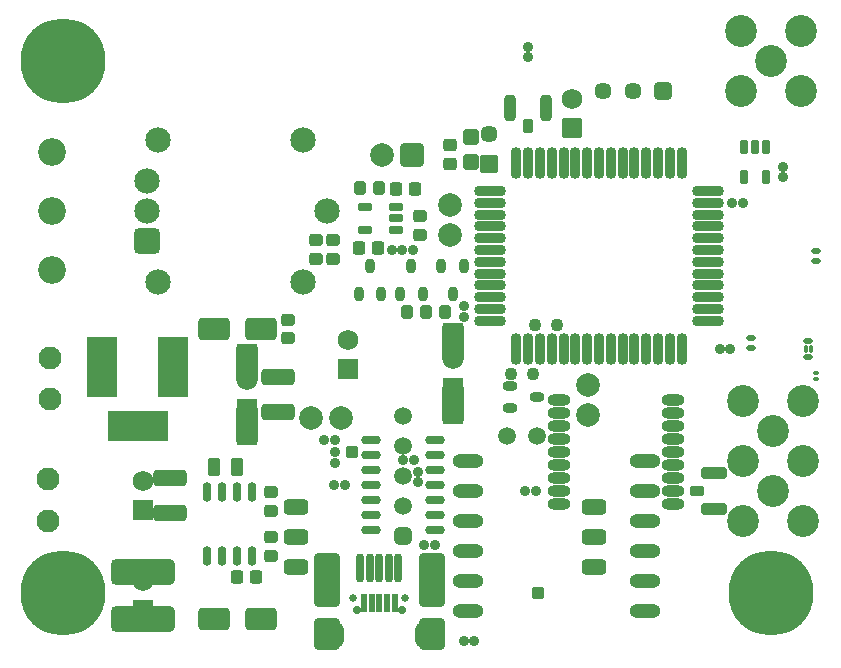
<source format=gts>
%FSLAX44Y44*%
%MOMM*%
G71*
G01*
G75*
G04 Layer_Color=8388736*
G04:AMPARAMS|DCode=10|XSize=0.67mm|YSize=0.67mm|CornerRadius=0.1508mm|HoleSize=0mm|Usage=FLASHONLY|Rotation=90.000|XOffset=0mm|YOffset=0mm|HoleType=Round|Shape=RoundedRectangle|*
%AMROUNDEDRECTD10*
21,1,0.6700,0.3685,0,0,90.0*
21,1,0.3685,0.6700,0,0,90.0*
1,1,0.3015,0.1843,0.1843*
1,1,0.3015,0.1843,-0.1843*
1,1,0.3015,-0.1843,-0.1843*
1,1,0.3015,-0.1843,0.1843*
%
%ADD10ROUNDEDRECTD10*%
G04:AMPARAMS|DCode=11|XSize=0.67mm|YSize=0.67mm|CornerRadius=0.1508mm|HoleSize=0mm|Usage=FLASHONLY|Rotation=180.000|XOffset=0mm|YOffset=0mm|HoleType=Round|Shape=RoundedRectangle|*
%AMROUNDEDRECTD11*
21,1,0.6700,0.3685,0,0,180.0*
21,1,0.3685,0.6700,0,0,180.0*
1,1,0.3015,-0.1843,0.1843*
1,1,0.3015,0.1843,0.1843*
1,1,0.3015,0.1843,-0.1843*
1,1,0.3015,-0.1843,-0.1843*
%
%ADD11ROUNDEDRECTD11*%
G04:AMPARAMS|DCode=12|XSize=1.1mm|YSize=0.6mm|CornerRadius=0.201mm|HoleSize=0mm|Usage=FLASHONLY|Rotation=270.000|XOffset=0mm|YOffset=0mm|HoleType=Round|Shape=RoundedRectangle|*
%AMROUNDEDRECTD12*
21,1,1.1000,0.1980,0,0,270.0*
21,1,0.6980,0.6000,0,0,270.0*
1,1,0.4020,-0.0990,-0.3490*
1,1,0.4020,-0.0990,0.3490*
1,1,0.4020,0.0990,0.3490*
1,1,0.4020,0.0990,-0.3490*
%
%ADD12ROUNDEDRECTD12*%
G04:AMPARAMS|DCode=13|XSize=2.5mm|YSize=2mm|CornerRadius=0.25mm|HoleSize=0mm|Usage=FLASHONLY|Rotation=270.000|XOffset=0mm|YOffset=0mm|HoleType=Round|Shape=RoundedRectangle|*
%AMROUNDEDRECTD13*
21,1,2.5000,1.5000,0,0,270.0*
21,1,2.0000,2.0000,0,0,270.0*
1,1,0.5000,-0.7500,-1.0000*
1,1,0.5000,-0.7500,1.0000*
1,1,0.5000,0.7500,1.0000*
1,1,0.5000,0.7500,-1.0000*
%
%ADD13ROUNDEDRECTD13*%
G04:AMPARAMS|DCode=14|XSize=2.7mm|YSize=1.2mm|CornerRadius=0.21mm|HoleSize=0mm|Usage=FLASHONLY|Rotation=0.000|XOffset=0mm|YOffset=0mm|HoleType=Round|Shape=RoundedRectangle|*
%AMROUNDEDRECTD14*
21,1,2.7000,0.7800,0,0,0.0*
21,1,2.2800,1.2000,0,0,0.0*
1,1,0.4200,1.1400,-0.3900*
1,1,0.4200,-1.1400,-0.3900*
1,1,0.4200,-1.1400,0.3900*
1,1,0.4200,1.1400,0.3900*
%
%ADD14ROUNDEDRECTD14*%
G04:AMPARAMS|DCode=15|XSize=1.05mm|YSize=0.65mm|CornerRadius=0.2015mm|HoleSize=0mm|Usage=FLASHONLY|Rotation=90.000|XOffset=0mm|YOffset=0mm|HoleType=Round|Shape=RoundedRectangle|*
%AMROUNDEDRECTD15*
21,1,1.0500,0.2470,0,0,90.0*
21,1,0.6470,0.6500,0,0,90.0*
1,1,0.4030,0.1235,0.3235*
1,1,0.4030,0.1235,-0.3235*
1,1,0.4030,-0.1235,-0.3235*
1,1,0.4030,-0.1235,0.3235*
%
%ADD15ROUNDEDRECTD15*%
G04:AMPARAMS|DCode=16|XSize=2.5mm|YSize=2mm|CornerRadius=0.2mm|HoleSize=0mm|Usage=FLASHONLY|Rotation=90.000|XOffset=0mm|YOffset=0mm|HoleType=Round|Shape=RoundedRectangle|*
%AMROUNDEDRECTD16*
21,1,2.5000,1.6000,0,0,90.0*
21,1,2.1000,2.0000,0,0,90.0*
1,1,0.4000,0.8000,1.0500*
1,1,0.4000,0.8000,-1.0500*
1,1,0.4000,-0.8000,-1.0500*
1,1,0.4000,-0.8000,1.0500*
%
%ADD16ROUNDEDRECTD16*%
G04:AMPARAMS|DCode=17|XSize=2.3mm|YSize=0.5mm|CornerRadius=0.2mm|HoleSize=0mm|Usage=FLASHONLY|Rotation=90.000|XOffset=0mm|YOffset=0mm|HoleType=Round|Shape=RoundedRectangle|*
%AMROUNDEDRECTD17*
21,1,2.3000,0.1000,0,0,90.0*
21,1,1.9000,0.5000,0,0,90.0*
1,1,0.4000,0.0500,0.9500*
1,1,0.4000,0.0500,-0.9500*
1,1,0.4000,-0.0500,-0.9500*
1,1,0.4000,-0.0500,0.9500*
%
%ADD17ROUNDEDRECTD17*%
G04:AMPARAMS|DCode=18|XSize=1.1mm|YSize=0.6mm|CornerRadius=0.201mm|HoleSize=0mm|Usage=FLASHONLY|Rotation=180.000|XOffset=0mm|YOffset=0mm|HoleType=Round|Shape=RoundedRectangle|*
%AMROUNDEDRECTD18*
21,1,1.1000,0.1980,0,0,180.0*
21,1,0.6980,0.6000,0,0,180.0*
1,1,0.4020,-0.3490,0.0990*
1,1,0.4020,0.3490,0.0990*
1,1,0.4020,0.3490,-0.0990*
1,1,0.4020,-0.3490,-0.0990*
%
%ADD18ROUNDEDRECTD18*%
G04:AMPARAMS|DCode=19|XSize=1mm|YSize=0.95mm|CornerRadius=0.1995mm|HoleSize=0mm|Usage=FLASHONLY|Rotation=270.000|XOffset=0mm|YOffset=0mm|HoleType=Round|Shape=RoundedRectangle|*
%AMROUNDEDRECTD19*
21,1,1.0000,0.5510,0,0,270.0*
21,1,0.6010,0.9500,0,0,270.0*
1,1,0.3990,-0.2755,-0.3005*
1,1,0.3990,-0.2755,0.3005*
1,1,0.3990,0.2755,0.3005*
1,1,0.3990,0.2755,-0.3005*
%
%ADD19ROUNDEDRECTD19*%
%ADD20R,0.4000X1.4000*%
G04:AMPARAMS|DCode=21|XSize=1.8mm|YSize=1.9mm|CornerRadius=0.45mm|HoleSize=0mm|Usage=FLASHONLY|Rotation=0.000|XOffset=0mm|YOffset=0mm|HoleType=Round|Shape=RoundedRectangle|*
%AMROUNDEDRECTD21*
21,1,1.8000,1.0000,0,0,0.0*
21,1,0.9000,1.9000,0,0,0.0*
1,1,0.9000,0.4500,-0.5000*
1,1,0.9000,-0.4500,-0.5000*
1,1,0.9000,-0.4500,0.5000*
1,1,0.9000,0.4500,0.5000*
%
%ADD21ROUNDEDRECTD21*%
G04:AMPARAMS|DCode=22|XSize=0.7mm|YSize=1mm|CornerRadius=0.175mm|HoleSize=0mm|Usage=FLASHONLY|Rotation=180.000|XOffset=0mm|YOffset=0mm|HoleType=Round|Shape=RoundedRectangle|*
%AMROUNDEDRECTD22*
21,1,0.7000,0.6500,0,0,180.0*
21,1,0.3500,1.0000,0,0,180.0*
1,1,0.3500,-0.1750,0.3250*
1,1,0.3500,0.1750,0.3250*
1,1,0.3500,0.1750,-0.3250*
1,1,0.3500,-0.1750,-0.3250*
%
%ADD22ROUNDEDRECTD22*%
G04:AMPARAMS|DCode=23|XSize=0.8mm|YSize=2mm|CornerRadius=0.2mm|HoleSize=0mm|Usage=FLASHONLY|Rotation=180.000|XOffset=0mm|YOffset=0mm|HoleType=Round|Shape=RoundedRectangle|*
%AMROUNDEDRECTD23*
21,1,0.8000,1.6000,0,0,180.0*
21,1,0.4000,2.0000,0,0,180.0*
1,1,0.4000,-0.2000,0.8000*
1,1,0.4000,0.2000,0.8000*
1,1,0.4000,0.2000,-0.8000*
1,1,0.4000,-0.2000,-0.8000*
%
%ADD23ROUNDEDRECTD23*%
G04:AMPARAMS|DCode=24|XSize=1mm|YSize=0.9mm|CornerRadius=0.198mm|HoleSize=0mm|Usage=FLASHONLY|Rotation=180.000|XOffset=0mm|YOffset=0mm|HoleType=Round|Shape=RoundedRectangle|*
%AMROUNDEDRECTD24*
21,1,1.0000,0.5040,0,0,180.0*
21,1,0.6040,0.9000,0,0,180.0*
1,1,0.3960,-0.3020,0.2520*
1,1,0.3960,0.3020,0.2520*
1,1,0.3960,0.3020,-0.2520*
1,1,0.3960,-0.3020,-0.2520*
%
%ADD24ROUNDEDRECTD24*%
G04:AMPARAMS|DCode=25|XSize=1.05mm|YSize=0.65mm|CornerRadius=0.2015mm|HoleSize=0mm|Usage=FLASHONLY|Rotation=0.000|XOffset=0mm|YOffset=0mm|HoleType=Round|Shape=RoundedRectangle|*
%AMROUNDEDRECTD25*
21,1,1.0500,0.2470,0,0,0.0*
21,1,0.6470,0.6500,0,0,0.0*
1,1,0.4030,0.3235,-0.1235*
1,1,0.4030,-0.3235,-0.1235*
1,1,0.4030,-0.3235,0.1235*
1,1,0.4030,0.3235,0.1235*
%
%ADD25ROUNDEDRECTD25*%
G04:AMPARAMS|DCode=26|XSize=2.5mm|YSize=1.7mm|CornerRadius=0.204mm|HoleSize=0mm|Usage=FLASHONLY|Rotation=0.000|XOffset=0mm|YOffset=0mm|HoleType=Round|Shape=RoundedRectangle|*
%AMROUNDEDRECTD26*
21,1,2.5000,1.2920,0,0,0.0*
21,1,2.0920,1.7000,0,0,0.0*
1,1,0.4080,1.0460,-0.6460*
1,1,0.4080,-1.0460,-0.6460*
1,1,0.4080,-1.0460,0.6460*
1,1,0.4080,1.0460,0.6460*
%
%ADD26ROUNDEDRECTD26*%
G04:AMPARAMS|DCode=27|XSize=5.2mm|YSize=2mm|CornerRadius=0.25mm|HoleSize=0mm|Usage=FLASHONLY|Rotation=180.000|XOffset=0mm|YOffset=0mm|HoleType=Round|Shape=RoundedRectangle|*
%AMROUNDEDRECTD27*
21,1,5.2000,1.5000,0,0,180.0*
21,1,4.7000,2.0000,0,0,180.0*
1,1,0.5000,-2.3500,0.7500*
1,1,0.5000,2.3500,0.7500*
1,1,0.5000,2.3500,-0.7500*
1,1,0.5000,-2.3500,-0.7500*
%
%ADD27ROUNDEDRECTD27*%
G04:AMPARAMS|DCode=28|XSize=0.65mm|YSize=0.35mm|CornerRadius=0.0735mm|HoleSize=0mm|Usage=FLASHONLY|Rotation=0.000|XOffset=0mm|YOffset=0mm|HoleType=Round|Shape=RoundedRectangle|*
%AMROUNDEDRECTD28*
21,1,0.6500,0.2030,0,0,0.0*
21,1,0.5030,0.3500,0,0,0.0*
1,1,0.1470,0.2515,-0.1015*
1,1,0.1470,-0.2515,-0.1015*
1,1,0.1470,-0.2515,0.1015*
1,1,0.1470,0.2515,0.1015*
%
%ADD28ROUNDEDRECTD28*%
G04:AMPARAMS|DCode=29|XSize=0.62mm|YSize=0.62mm|CornerRadius=0.1488mm|HoleSize=0mm|Usage=FLASHONLY|Rotation=0.000|XOffset=0mm|YOffset=0mm|HoleType=Round|Shape=RoundedRectangle|*
%AMROUNDEDRECTD29*
21,1,0.6200,0.3224,0,0,0.0*
21,1,0.3224,0.6200,0,0,0.0*
1,1,0.2976,0.1612,-0.1612*
1,1,0.2976,-0.1612,-0.1612*
1,1,0.2976,-0.1612,0.1612*
1,1,0.2976,0.1612,0.1612*
%
%ADD29ROUNDEDRECTD29*%
G04:AMPARAMS|DCode=30|XSize=0.3mm|YSize=0.25mm|CornerRadius=0.0525mm|HoleSize=0mm|Usage=FLASHONLY|Rotation=0.000|XOffset=0mm|YOffset=0mm|HoleType=Round|Shape=RoundedRectangle|*
%AMROUNDEDRECTD30*
21,1,0.3000,0.1450,0,0,0.0*
21,1,0.1950,0.2500,0,0,0.0*
1,1,0.1050,0.0975,-0.0725*
1,1,0.1050,-0.0975,-0.0725*
1,1,0.1050,-0.0975,0.0725*
1,1,0.1050,0.0975,0.0725*
%
%ADD30ROUNDEDRECTD30*%
%ADD31O,1.5500X0.6000*%
G04:AMPARAMS|DCode=32|XSize=0.62mm|YSize=0.62mm|CornerRadius=0.1488mm|HoleSize=0mm|Usage=FLASHONLY|Rotation=270.000|XOffset=0mm|YOffset=0mm|HoleType=Round|Shape=RoundedRectangle|*
%AMROUNDEDRECTD32*
21,1,0.6200,0.3224,0,0,270.0*
21,1,0.3224,0.6200,0,0,270.0*
1,1,0.2976,-0.1612,-0.1612*
1,1,0.2976,-0.1612,0.1612*
1,1,0.2976,0.1612,0.1612*
1,1,0.2976,0.1612,-0.1612*
%
%ADD32ROUNDEDRECTD32*%
G04:AMPARAMS|DCode=33|XSize=1mm|YSize=0.95mm|CornerRadius=0.1995mm|HoleSize=0mm|Usage=FLASHONLY|Rotation=0.000|XOffset=0mm|YOffset=0mm|HoleType=Round|Shape=RoundedRectangle|*
%AMROUNDEDRECTD33*
21,1,1.0000,0.5510,0,0,0.0*
21,1,0.6010,0.9500,0,0,0.0*
1,1,0.3990,0.3005,-0.2755*
1,1,0.3990,-0.3005,-0.2755*
1,1,0.3990,-0.3005,0.2755*
1,1,0.3990,0.3005,0.2755*
%
%ADD33ROUNDEDRECTD33*%
%ADD34O,0.6000X1.5500*%
G04:AMPARAMS|DCode=35|XSize=3.3mm|YSize=1.65mm|CornerRadius=0.198mm|HoleSize=0mm|Usage=FLASHONLY|Rotation=90.000|XOffset=0mm|YOffset=0mm|HoleType=Round|Shape=RoundedRectangle|*
%AMROUNDEDRECTD35*
21,1,3.3000,1.2540,0,0,90.0*
21,1,2.9040,1.6500,0,0,90.0*
1,1,0.3960,0.6270,1.4520*
1,1,0.3960,0.6270,-1.4520*
1,1,0.3960,-0.6270,-1.4520*
1,1,0.3960,-0.6270,1.4520*
%
%ADD35ROUNDEDRECTD35*%
G04:AMPARAMS|DCode=36|XSize=1mm|YSize=0.9mm|CornerRadius=0.198mm|HoleSize=0mm|Usage=FLASHONLY|Rotation=270.000|XOffset=0mm|YOffset=0mm|HoleType=Round|Shape=RoundedRectangle|*
%AMROUNDEDRECTD36*
21,1,1.0000,0.5040,0,0,270.0*
21,1,0.6040,0.9000,0,0,270.0*
1,1,0.3960,-0.2520,-0.3020*
1,1,0.3960,-0.2520,0.3020*
1,1,0.3960,0.2520,0.3020*
1,1,0.3960,0.2520,-0.3020*
%
%ADD36ROUNDEDRECTD36*%
G04:AMPARAMS|DCode=37|XSize=1.2mm|YSize=2mm|CornerRadius=0.3mm|HoleSize=0mm|Usage=FLASHONLY|Rotation=90.000|XOffset=0mm|YOffset=0mm|HoleType=Round|Shape=RoundedRectangle|*
%AMROUNDEDRECTD37*
21,1,1.2000,1.4000,0,0,90.0*
21,1,0.6000,2.0000,0,0,90.0*
1,1,0.6000,0.7000,0.3000*
1,1,0.6000,0.7000,-0.3000*
1,1,0.6000,-0.7000,-0.3000*
1,1,0.6000,-0.7000,0.3000*
%
%ADD37ROUNDEDRECTD37*%
G04:AMPARAMS|DCode=38|XSize=1.2mm|YSize=1.2mm|CornerRadius=0.198mm|HoleSize=0mm|Usage=FLASHONLY|Rotation=90.000|XOffset=0mm|YOffset=0mm|HoleType=Round|Shape=RoundedRectangle|*
%AMROUNDEDRECTD38*
21,1,1.2000,0.8040,0,0,90.0*
21,1,0.8040,1.2000,0,0,90.0*
1,1,0.3960,0.4020,0.4020*
1,1,0.3960,0.4020,-0.4020*
1,1,0.3960,-0.4020,-0.4020*
1,1,0.3960,-0.4020,0.4020*
%
%ADD38ROUNDEDRECTD38*%
G04:AMPARAMS|DCode=39|XSize=1.45mm|YSize=0.95mm|CornerRadius=0.1995mm|HoleSize=0mm|Usage=FLASHONLY|Rotation=90.000|XOffset=0mm|YOffset=0mm|HoleType=Round|Shape=RoundedRectangle|*
%AMROUNDEDRECTD39*
21,1,1.4500,0.5510,0,0,90.0*
21,1,1.0510,0.9500,0,0,90.0*
1,1,0.3990,0.2755,0.5255*
1,1,0.3990,0.2755,-0.5255*
1,1,0.3990,-0.2755,-0.5255*
1,1,0.3990,-0.2755,0.5255*
%
%ADD39ROUNDEDRECTD39*%
G04:AMPARAMS|DCode=40|XSize=0.3mm|YSize=0.65mm|CornerRadius=0.0495mm|HoleSize=0mm|Usage=FLASHONLY|Rotation=90.000|XOffset=0mm|YOffset=0mm|HoleType=Round|Shape=RoundedRectangle|*
%AMROUNDEDRECTD40*
21,1,0.3000,0.5510,0,0,90.0*
21,1,0.2010,0.6500,0,0,90.0*
1,1,0.0990,0.2755,0.1005*
1,1,0.0990,0.2755,-0.1005*
1,1,0.0990,-0.2755,-0.1005*
1,1,0.0990,-0.2755,0.1005*
%
%ADD40ROUNDEDRECTD40*%
G04:AMPARAMS|DCode=41|XSize=0.5mm|YSize=0.21mm|CornerRadius=0.0347mm|HoleSize=0mm|Usage=FLASHONLY|Rotation=90.000|XOffset=0mm|YOffset=0mm|HoleType=Round|Shape=RoundedRectangle|*
%AMROUNDEDRECTD41*
21,1,0.5000,0.1407,0,0,90.0*
21,1,0.4307,0.2100,0,0,90.0*
1,1,0.0693,0.0704,0.2154*
1,1,0.0693,0.0704,-0.2154*
1,1,0.0693,-0.0704,-0.2154*
1,1,0.0693,-0.0704,0.2154*
%
%ADD41ROUNDEDRECTD41*%
G04:AMPARAMS|DCode=42|XSize=0.7mm|YSize=1.5mm|CornerRadius=0.175mm|HoleSize=0mm|Usage=FLASHONLY|Rotation=0.000|XOffset=0mm|YOffset=0mm|HoleType=Round|Shape=RoundedRectangle|*
%AMROUNDEDRECTD42*
21,1,0.7000,1.1500,0,0,0.0*
21,1,0.3500,1.5000,0,0,0.0*
1,1,0.3500,0.1750,-0.5750*
1,1,0.3500,-0.1750,-0.5750*
1,1,0.3500,-0.1750,0.5750*
1,1,0.3500,0.1750,0.5750*
%
%ADD42ROUNDEDRECTD42*%
%ADD43O,2.5000X0.5000*%
%ADD44O,0.5000X2.5000*%
%ADD45O,1.8000X0.8000*%
%ADD46O,2.5000X1.0000*%
G04:AMPARAMS|DCode=47|XSize=0.8mm|YSize=2mm|CornerRadius=0.2mm|HoleSize=0mm|Usage=FLASHONLY|Rotation=270.000|XOffset=0mm|YOffset=0mm|HoleType=Round|Shape=RoundedRectangle|*
%AMROUNDEDRECTD47*
21,1,0.8000,1.6000,0,0,270.0*
21,1,0.4000,2.0000,0,0,270.0*
1,1,0.4000,-0.8000,-0.2000*
1,1,0.4000,-0.8000,0.2000*
1,1,0.4000,0.8000,0.2000*
1,1,0.4000,0.8000,-0.2000*
%
%ADD47ROUNDEDRECTD47*%
G04:AMPARAMS|DCode=48|XSize=0.7mm|YSize=1mm|CornerRadius=0.175mm|HoleSize=0mm|Usage=FLASHONLY|Rotation=90.000|XOffset=0mm|YOffset=0mm|HoleType=Round|Shape=RoundedRectangle|*
%AMROUNDEDRECTD48*
21,1,0.7000,0.6500,0,0,90.0*
21,1,0.3500,1.0000,0,0,90.0*
1,1,0.3500,0.3250,0.1750*
1,1,0.3500,0.3250,-0.1750*
1,1,0.3500,-0.3250,-0.1750*
1,1,0.3500,-0.3250,0.1750*
%
%ADD48ROUNDEDRECTD48*%
%ADD49O,0.7000X2.5000*%
%ADD50O,2.5000X0.7000*%
%ADD51C,0.5000*%
%ADD52C,0.4000*%
%ADD53C,0.7000*%
%ADD54C,0.2500*%
%ADD55C,0.2000*%
%ADD56C,0.3000*%
%ADD57C,1.0000*%
%ADD58C,0.6000*%
%ADD59C,0.8000*%
%ADD60C,0.9000*%
%ADD61C,1.8000*%
G04:AMPARAMS|DCode=62|XSize=1.3mm|YSize=1.3mm|CornerRadius=0.1625mm|HoleSize=0mm|Usage=FLASHONLY|Rotation=0.000|XOffset=0mm|YOffset=0mm|HoleType=Round|Shape=RoundedRectangle|*
%AMROUNDEDRECTD62*
21,1,1.3000,0.9750,0,0,0.0*
21,1,0.9750,1.3000,0,0,0.0*
1,1,0.3250,0.4875,-0.4875*
1,1,0.3250,-0.4875,-0.4875*
1,1,0.3250,-0.4875,0.4875*
1,1,0.3250,0.4875,0.4875*
%
%ADD62ROUNDEDRECTD62*%
%ADD63C,1.3000*%
%ADD64C,7.0000*%
%ADD65C,0.1000*%
%ADD66C,0.5000*%
G04:AMPARAMS|DCode=67|XSize=2mm|YSize=2mm|CornerRadius=0.25mm|HoleSize=0mm|Usage=FLASHONLY|Rotation=90.000|XOffset=0mm|YOffset=0mm|HoleType=Round|Shape=RoundedRectangle|*
%AMROUNDEDRECTD67*
21,1,2.0000,1.5000,0,0,90.0*
21,1,1.5000,2.0000,0,0,90.0*
1,1,0.5000,0.7500,0.7500*
1,1,0.5000,0.7500,-0.7500*
1,1,0.5000,-0.7500,-0.7500*
1,1,0.5000,-0.7500,0.7500*
%
%ADD67ROUNDEDRECTD67*%
%ADD68C,2.0000*%
%ADD69C,2.5000*%
G04:AMPARAMS|DCode=70|XSize=1.85mm|YSize=1.85mm|CornerRadius=0.2313mm|HoleSize=0mm|Usage=FLASHONLY|Rotation=0.000|XOffset=0mm|YOffset=0mm|HoleType=Round|Shape=RoundedRectangle|*
%AMROUNDEDRECTD70*
21,1,1.8500,1.3875,0,0,0.0*
21,1,1.3875,1.8500,0,0,0.0*
1,1,0.4625,0.6937,-0.6937*
1,1,0.4625,-0.6937,-0.6937*
1,1,0.4625,-0.6937,0.6937*
1,1,0.4625,0.6937,0.6937*
%
%ADD70ROUNDEDRECTD70*%
%ADD71C,1.8500*%
%ADD72C,1.6000*%
%ADD73R,1.6000X1.6000*%
G04:AMPARAMS|DCode=74|XSize=1.3mm|YSize=1.3mm|CornerRadius=0.325mm|HoleSize=0mm|Usage=FLASHONLY|Rotation=90.000|XOffset=0mm|YOffset=0mm|HoleType=Round|Shape=RoundedRectangle|*
%AMROUNDEDRECTD74*
21,1,1.3000,0.6500,0,0,90.0*
21,1,0.6500,1.3000,0,0,90.0*
1,1,0.6500,0.3250,0.3250*
1,1,0.6500,0.3250,-0.3250*
1,1,0.6500,-0.3250,-0.3250*
1,1,0.6500,-0.3250,0.3250*
%
%ADD74ROUNDEDRECTD74*%
%ADD75R,2.5000X5.0000*%
%ADD76R,5.0000X2.5000*%
G04:AMPARAMS|DCode=77|XSize=1mm|YSize=1mm|CornerRadius=0.25mm|HoleSize=0mm|Usage=FLASHONLY|Rotation=0.000|XOffset=0mm|YOffset=0mm|HoleType=Round|Shape=RoundedRectangle|*
%AMROUNDEDRECTD77*
21,1,1.0000,0.5000,0,0,0.0*
21,1,0.5000,1.0000,0,0,0.0*
1,1,0.5000,0.2500,-0.2500*
1,1,0.5000,-0.2500,-0.2500*
1,1,0.5000,-0.2500,0.2500*
1,1,0.5000,0.2500,0.2500*
%
%ADD77ROUNDEDRECTD77*%
%ADD78C,2.2000*%
G04:AMPARAMS|DCode=79|XSize=1.6mm|YSize=1.6mm|CornerRadius=0.2mm|HoleSize=0mm|Usage=FLASHONLY|Rotation=90.000|XOffset=0mm|YOffset=0mm|HoleType=Round|Shape=RoundedRectangle|*
%AMROUNDEDRECTD79*
21,1,1.6000,1.2000,0,0,90.0*
21,1,1.2000,1.6000,0,0,90.0*
1,1,0.4000,0.6000,0.6000*
1,1,0.4000,0.6000,-0.6000*
1,1,0.4000,-0.6000,-0.6000*
1,1,0.4000,-0.6000,0.6000*
%
%ADD79ROUNDEDRECTD79*%
G04:AMPARAMS|DCode=80|XSize=1.4mm|YSize=1.4mm|CornerRadius=0.175mm|HoleSize=0mm|Usage=FLASHONLY|Rotation=90.000|XOffset=0mm|YOffset=0mm|HoleType=Round|Shape=RoundedRectangle|*
%AMROUNDEDRECTD80*
21,1,1.4000,1.0500,0,0,90.0*
21,1,1.0500,1.4000,0,0,90.0*
1,1,0.3500,0.5250,0.5250*
1,1,0.3500,0.5250,-0.5250*
1,1,0.3500,-0.5250,-0.5250*
1,1,0.3500,-0.5250,0.5250*
%
%ADD80ROUNDEDRECTD80*%
%ADD81C,1.0000*%
%ADD82C,0.6000*%
G04:AMPARAMS|DCode=83|XSize=1.15mm|YSize=2.1mm|CornerRadius=0.2875mm|HoleSize=0mm|Usage=FLASHONLY|Rotation=90.000|XOffset=0mm|YOffset=0mm|HoleType=Round|Shape=RoundedRectangle|*
%AMROUNDEDRECTD83*
21,1,1.1500,1.5250,0,0,90.0*
21,1,0.5750,2.1000,0,0,90.0*
1,1,0.5750,0.7625,0.2875*
1,1,0.5750,0.7625,-0.2875*
1,1,0.5750,-0.7625,-0.2875*
1,1,0.5750,-0.7625,0.2875*
%
%ADD83ROUNDEDRECTD83*%
G04:AMPARAMS|DCode=84|XSize=2.5mm|YSize=1.15mm|CornerRadius=0.3852mm|HoleSize=0mm|Usage=FLASHONLY|Rotation=0.000|XOffset=0mm|YOffset=0mm|HoleType=Round|Shape=RoundedRectangle|*
%AMROUNDEDRECTD84*
21,1,2.5000,0.3795,0,0,0.0*
21,1,1.7295,1.1500,0,0,0.0*
1,1,0.7705,0.8648,-0.1898*
1,1,0.7705,-0.8648,-0.1898*
1,1,0.7705,-0.8648,0.1898*
1,1,0.7705,0.8648,0.1898*
%
%ADD84ROUNDEDRECTD84*%
G04:AMPARAMS|DCode=85|XSize=1.3mm|YSize=1mm|CornerRadius=0.25mm|HoleSize=0mm|Usage=FLASHONLY|Rotation=0.000|XOffset=0mm|YOffset=0mm|HoleType=Round|Shape=RoundedRectangle|*
%AMROUNDEDRECTD85*
21,1,1.3000,0.5000,0,0,0.0*
21,1,0.8000,1.0000,0,0,0.0*
1,1,0.5000,0.4000,-0.2500*
1,1,0.5000,-0.4000,-0.2500*
1,1,0.5000,-0.4000,0.2500*
1,1,0.5000,0.4000,0.2500*
%
%ADD85ROUNDEDRECTD85*%
G04:AMPARAMS|DCode=86|XSize=2.35mm|YSize=1.15mm|CornerRadius=0.3852mm|HoleSize=0mm|Usage=FLASHONLY|Rotation=0.000|XOffset=0mm|YOffset=0mm|HoleType=Round|Shape=RoundedRectangle|*
%AMROUNDEDRECTD86*
21,1,2.3500,0.3795,0,0,0.0*
21,1,1.5795,1.1500,0,0,0.0*
1,1,0.7705,0.7897,-0.1898*
1,1,0.7705,-0.7897,-0.1898*
1,1,0.7705,-0.7897,0.1898*
1,1,0.7705,0.7897,0.1898*
%
%ADD86ROUNDEDRECTD86*%
G04:AMPARAMS|DCode=87|XSize=1mm|YSize=1.2mm|CornerRadius=0.165mm|HoleSize=0mm|Usage=FLASHONLY|Rotation=180.000|XOffset=0mm|YOffset=0mm|HoleType=Round|Shape=RoundedRectangle|*
%AMROUNDEDRECTD87*
21,1,1.0000,0.8700,0,0,180.0*
21,1,0.6700,1.2000,0,0,180.0*
1,1,0.3300,-0.3350,0.4350*
1,1,0.3300,0.3350,0.4350*
1,1,0.3300,0.3350,-0.4350*
1,1,0.3300,-0.3350,-0.4350*
%
%ADD87ROUNDEDRECTD87*%
G04:AMPARAMS|DCode=88|XSize=1.6mm|YSize=1.3mm|CornerRadius=0.2015mm|HoleSize=0mm|Usage=FLASHONLY|Rotation=90.000|XOffset=0mm|YOffset=0mm|HoleType=Round|Shape=RoundedRectangle|*
%AMROUNDEDRECTD88*
21,1,1.6000,0.8970,0,0,90.0*
21,1,1.1970,1.3000,0,0,90.0*
1,1,0.4030,0.4485,0.5985*
1,1,0.4030,0.4485,-0.5985*
1,1,0.4030,-0.4485,-0.5985*
1,1,0.4030,-0.4485,0.5985*
%
%ADD88ROUNDEDRECTD88*%
G04:AMPARAMS|DCode=89|XSize=0.7mm|YSize=2.5mm|CornerRadius=0.175mm|HoleSize=0mm|Usage=FLASHONLY|Rotation=180.000|XOffset=0mm|YOffset=0mm|HoleType=Round|Shape=RoundedRectangle|*
%AMROUNDEDRECTD89*
21,1,0.7000,2.1500,0,0,180.0*
21,1,0.3500,2.5000,0,0,180.0*
1,1,0.3500,-0.1750,1.0750*
1,1,0.3500,0.1750,1.0750*
1,1,0.3500,0.1750,-1.0750*
1,1,0.3500,-0.1750,-1.0750*
%
%ADD89ROUNDEDRECTD89*%
G04:AMPARAMS|DCode=90|XSize=1.45mm|YSize=1.15mm|CornerRadius=0.2013mm|HoleSize=0mm|Usage=FLASHONLY|Rotation=90.000|XOffset=0mm|YOffset=0mm|HoleType=Round|Shape=RoundedRectangle|*
%AMROUNDEDRECTD90*
21,1,1.4500,0.7475,0,0,90.0*
21,1,1.0475,1.1500,0,0,90.0*
1,1,0.4025,0.3738,0.5238*
1,1,0.4025,0.3738,-0.5238*
1,1,0.4025,-0.3738,-0.5238*
1,1,0.4025,-0.3738,0.5238*
%
%ADD90ROUNDEDRECTD90*%
G04:AMPARAMS|DCode=91|XSize=1.2mm|YSize=1.2mm|CornerRadius=0.198mm|HoleSize=0mm|Usage=FLASHONLY|Rotation=0.000|XOffset=0mm|YOffset=0mm|HoleType=Round|Shape=RoundedRectangle|*
%AMROUNDEDRECTD91*
21,1,1.2000,0.8040,0,0,0.0*
21,1,0.8040,1.2000,0,0,0.0*
1,1,0.3960,0.4020,-0.4020*
1,1,0.3960,-0.4020,-0.4020*
1,1,0.3960,-0.4020,0.4020*
1,1,0.3960,0.4020,0.4020*
%
%ADD91ROUNDEDRECTD91*%
%ADD92C,5.0000*%
%ADD93C,0.2540*%
%ADD94C,0.1500*%
%ADD95C,0.1000*%
%ADD96C,0.0500*%
%ADD97C,0.0100*%
%ADD98C,0.0750*%
G04:AMPARAMS|DCode=99|XSize=0.77mm|YSize=0.77mm|CornerRadius=0.2008mm|HoleSize=0mm|Usage=FLASHONLY|Rotation=90.000|XOffset=0mm|YOffset=0mm|HoleType=Round|Shape=RoundedRectangle|*
%AMROUNDEDRECTD99*
21,1,0.7700,0.3685,0,0,90.0*
21,1,0.3685,0.7700,0,0,90.0*
1,1,0.4015,0.1843,0.1843*
1,1,0.4015,0.1843,-0.1843*
1,1,0.4015,-0.1843,-0.1843*
1,1,0.4015,-0.1843,0.1843*
%
%ADD99ROUNDEDRECTD99*%
G04:AMPARAMS|DCode=100|XSize=0.77mm|YSize=0.77mm|CornerRadius=0.2008mm|HoleSize=0mm|Usage=FLASHONLY|Rotation=180.000|XOffset=0mm|YOffset=0mm|HoleType=Round|Shape=RoundedRectangle|*
%AMROUNDEDRECTD100*
21,1,0.7700,0.3685,0,0,180.0*
21,1,0.3685,0.7700,0,0,180.0*
1,1,0.4015,-0.1843,0.1843*
1,1,0.4015,0.1843,0.1843*
1,1,0.4015,0.1843,-0.1843*
1,1,0.4015,-0.1843,-0.1843*
%
%ADD100ROUNDEDRECTD100*%
G04:AMPARAMS|DCode=101|XSize=1.25mm|YSize=0.75mm|CornerRadius=0.276mm|HoleSize=0mm|Usage=FLASHONLY|Rotation=270.000|XOffset=0mm|YOffset=0mm|HoleType=Round|Shape=RoundedRectangle|*
%AMROUNDEDRECTD101*
21,1,1.2500,0.1980,0,0,270.0*
21,1,0.6980,0.7500,0,0,270.0*
1,1,0.5520,-0.0990,-0.3490*
1,1,0.5520,-0.0990,0.3490*
1,1,0.5520,0.0990,0.3490*
1,1,0.5520,0.0990,-0.3490*
%
%ADD101ROUNDEDRECTD101*%
G04:AMPARAMS|DCode=102|XSize=2.7032mm|YSize=2.2032mm|CornerRadius=0.3516mm|HoleSize=0mm|Usage=FLASHONLY|Rotation=270.000|XOffset=0mm|YOffset=0mm|HoleType=Round|Shape=RoundedRectangle|*
%AMROUNDEDRECTD102*
21,1,2.7032,1.5000,0,0,270.0*
21,1,2.0000,2.2032,0,0,270.0*
1,1,0.7032,-0.7500,-1.0000*
1,1,0.7032,-0.7500,1.0000*
1,1,0.7032,0.7500,1.0000*
1,1,0.7032,0.7500,-1.0000*
%
%ADD102ROUNDEDRECTD102*%
G04:AMPARAMS|DCode=103|XSize=2.85mm|YSize=1.35mm|CornerRadius=0.285mm|HoleSize=0mm|Usage=FLASHONLY|Rotation=0.000|XOffset=0mm|YOffset=0mm|HoleType=Round|Shape=RoundedRectangle|*
%AMROUNDEDRECTD103*
21,1,2.8500,0.7800,0,0,0.0*
21,1,2.2800,1.3500,0,0,0.0*
1,1,0.5700,1.1400,-0.3900*
1,1,0.5700,-1.1400,-0.3900*
1,1,0.5700,-1.1400,0.3900*
1,1,0.5700,1.1400,0.3900*
%
%ADD103ROUNDEDRECTD103*%
G04:AMPARAMS|DCode=104|XSize=1.2mm|YSize=0.8mm|CornerRadius=0.2765mm|HoleSize=0mm|Usage=FLASHONLY|Rotation=90.000|XOffset=0mm|YOffset=0mm|HoleType=Round|Shape=RoundedRectangle|*
%AMROUNDEDRECTD104*
21,1,1.2000,0.2470,0,0,90.0*
21,1,0.6470,0.8000,0,0,90.0*
1,1,0.5530,0.1235,0.3235*
1,1,0.5530,0.1235,-0.3235*
1,1,0.5530,-0.1235,-0.3235*
1,1,0.5530,-0.1235,0.3235*
%
%ADD104ROUNDEDRECTD104*%
G04:AMPARAMS|DCode=105|XSize=2.65mm|YSize=2.15mm|CornerRadius=0.275mm|HoleSize=0mm|Usage=FLASHONLY|Rotation=90.000|XOffset=0mm|YOffset=0mm|HoleType=Round|Shape=RoundedRectangle|*
%AMROUNDEDRECTD105*
21,1,2.6500,1.6000,0,0,90.0*
21,1,2.1000,2.1500,0,0,90.0*
1,1,0.5500,0.8000,1.0500*
1,1,0.5500,0.8000,-1.0500*
1,1,0.5500,-0.8000,-1.0500*
1,1,0.5500,-0.8000,1.0500*
%
%ADD105ROUNDEDRECTD105*%
G04:AMPARAMS|DCode=106|XSize=2.45mm|YSize=0.65mm|CornerRadius=0.275mm|HoleSize=0mm|Usage=FLASHONLY|Rotation=90.000|XOffset=0mm|YOffset=0mm|HoleType=Round|Shape=RoundedRectangle|*
%AMROUNDEDRECTD106*
21,1,2.4500,0.1000,0,0,90.0*
21,1,1.9000,0.6500,0,0,90.0*
1,1,0.5500,0.0500,0.9500*
1,1,0.5500,0.0500,-0.9500*
1,1,0.5500,-0.0500,-0.9500*
1,1,0.5500,-0.0500,0.9500*
%
%ADD106ROUNDEDRECTD106*%
G04:AMPARAMS|DCode=107|XSize=1.25mm|YSize=0.75mm|CornerRadius=0.276mm|HoleSize=0mm|Usage=FLASHONLY|Rotation=180.000|XOffset=0mm|YOffset=0mm|HoleType=Round|Shape=RoundedRectangle|*
%AMROUNDEDRECTD107*
21,1,1.2500,0.1980,0,0,180.0*
21,1,0.6980,0.7500,0,0,180.0*
1,1,0.5520,-0.3490,0.0990*
1,1,0.5520,0.3490,0.0990*
1,1,0.5520,0.3490,-0.0990*
1,1,0.5520,-0.3490,-0.0990*
%
%ADD107ROUNDEDRECTD107*%
G04:AMPARAMS|DCode=108|XSize=1.15mm|YSize=1.1mm|CornerRadius=0.2745mm|HoleSize=0mm|Usage=FLASHONLY|Rotation=270.000|XOffset=0mm|YOffset=0mm|HoleType=Round|Shape=RoundedRectangle|*
%AMROUNDEDRECTD108*
21,1,1.1500,0.5510,0,0,270.0*
21,1,0.6010,1.1000,0,0,270.0*
1,1,0.5490,-0.2755,-0.3005*
1,1,0.5490,-0.2755,0.3005*
1,1,0.5490,0.2755,0.3005*
1,1,0.5490,0.2755,-0.3005*
%
%ADD108ROUNDEDRECTD108*%
%ADD109R,0.6032X1.6032*%
G04:AMPARAMS|DCode=110|XSize=2.0032mm|YSize=2.1032mm|CornerRadius=0.5516mm|HoleSize=0mm|Usage=FLASHONLY|Rotation=0.000|XOffset=0mm|YOffset=0mm|HoleType=Round|Shape=RoundedRectangle|*
%AMROUNDEDRECTD110*
21,1,2.0032,1.0000,0,0,0.0*
21,1,0.9000,2.1032,0,0,0.0*
1,1,1.1032,0.4500,-0.5000*
1,1,1.1032,-0.4500,-0.5000*
1,1,1.1032,-0.4500,0.5000*
1,1,1.1032,0.4500,0.5000*
%
%ADD110ROUNDEDRECTD110*%
G04:AMPARAMS|DCode=111|XSize=0.9032mm|YSize=1.2032mm|CornerRadius=0.2766mm|HoleSize=0mm|Usage=FLASHONLY|Rotation=180.000|XOffset=0mm|YOffset=0mm|HoleType=Round|Shape=RoundedRectangle|*
%AMROUNDEDRECTD111*
21,1,0.9032,0.6500,0,0,180.0*
21,1,0.3500,1.2032,0,0,180.0*
1,1,0.5532,-0.1750,0.3250*
1,1,0.5532,0.1750,0.3250*
1,1,0.5532,0.1750,-0.3250*
1,1,0.5532,-0.1750,-0.3250*
%
%ADD111ROUNDEDRECTD111*%
G04:AMPARAMS|DCode=112|XSize=1.0032mm|YSize=2.2032mm|CornerRadius=0.3016mm|HoleSize=0mm|Usage=FLASHONLY|Rotation=180.000|XOffset=0mm|YOffset=0mm|HoleType=Round|Shape=RoundedRectangle|*
%AMROUNDEDRECTD112*
21,1,1.0032,1.6000,0,0,180.0*
21,1,0.4000,2.2032,0,0,180.0*
1,1,0.6032,-0.2000,0.8000*
1,1,0.6032,0.2000,0.8000*
1,1,0.6032,0.2000,-0.8000*
1,1,0.6032,-0.2000,-0.8000*
%
%ADD112ROUNDEDRECTD112*%
G04:AMPARAMS|DCode=113|XSize=1.15mm|YSize=1.05mm|CornerRadius=0.273mm|HoleSize=0mm|Usage=FLASHONLY|Rotation=180.000|XOffset=0mm|YOffset=0mm|HoleType=Round|Shape=RoundedRectangle|*
%AMROUNDEDRECTD113*
21,1,1.1500,0.5040,0,0,180.0*
21,1,0.6040,1.0500,0,0,180.0*
1,1,0.5460,-0.3020,0.2520*
1,1,0.5460,0.3020,0.2520*
1,1,0.5460,0.3020,-0.2520*
1,1,0.5460,-0.3020,-0.2520*
%
%ADD113ROUNDEDRECTD113*%
G04:AMPARAMS|DCode=114|XSize=1.2mm|YSize=0.8mm|CornerRadius=0.2765mm|HoleSize=0mm|Usage=FLASHONLY|Rotation=0.000|XOffset=0mm|YOffset=0mm|HoleType=Round|Shape=RoundedRectangle|*
%AMROUNDEDRECTD114*
21,1,1.2000,0.2470,0,0,0.0*
21,1,0.6470,0.8000,0,0,0.0*
1,1,0.5530,0.3235,-0.1235*
1,1,0.5530,-0.3235,-0.1235*
1,1,0.5530,-0.3235,0.1235*
1,1,0.5530,0.3235,0.1235*
%
%ADD114ROUNDEDRECTD114*%
G04:AMPARAMS|DCode=115|XSize=2.65mm|YSize=1.85mm|CornerRadius=0.279mm|HoleSize=0mm|Usage=FLASHONLY|Rotation=0.000|XOffset=0mm|YOffset=0mm|HoleType=Round|Shape=RoundedRectangle|*
%AMROUNDEDRECTD115*
21,1,2.6500,1.2920,0,0,0.0*
21,1,2.0920,1.8500,0,0,0.0*
1,1,0.5580,1.0460,-0.6460*
1,1,0.5580,-1.0460,-0.6460*
1,1,0.5580,-1.0460,0.6460*
1,1,0.5580,1.0460,0.6460*
%
%ADD115ROUNDEDRECTD115*%
G04:AMPARAMS|DCode=116|XSize=5.35mm|YSize=2.15mm|CornerRadius=0.325mm|HoleSize=0mm|Usage=FLASHONLY|Rotation=180.000|XOffset=0mm|YOffset=0mm|HoleType=Round|Shape=RoundedRectangle|*
%AMROUNDEDRECTD116*
21,1,5.3500,1.5000,0,0,180.0*
21,1,4.7000,2.1500,0,0,180.0*
1,1,0.6500,-2.3500,0.7500*
1,1,0.6500,2.3500,0.7500*
1,1,0.6500,2.3500,-0.7500*
1,1,0.6500,-2.3500,-0.7500*
%
%ADD116ROUNDEDRECTD116*%
G04:AMPARAMS|DCode=117|XSize=0.8mm|YSize=0.5mm|CornerRadius=0.1485mm|HoleSize=0mm|Usage=FLASHONLY|Rotation=0.000|XOffset=0mm|YOffset=0mm|HoleType=Round|Shape=RoundedRectangle|*
%AMROUNDEDRECTD117*
21,1,0.8000,0.2030,0,0,0.0*
21,1,0.5030,0.5000,0,0,0.0*
1,1,0.2970,0.2515,-0.1015*
1,1,0.2970,-0.2515,-0.1015*
1,1,0.2970,-0.2515,0.1015*
1,1,0.2970,0.2515,0.1015*
%
%ADD117ROUNDEDRECTD117*%
G04:AMPARAMS|DCode=118|XSize=0.77mm|YSize=0.77mm|CornerRadius=0.2238mm|HoleSize=0mm|Usage=FLASHONLY|Rotation=0.000|XOffset=0mm|YOffset=0mm|HoleType=Round|Shape=RoundedRectangle|*
%AMROUNDEDRECTD118*
21,1,0.7700,0.3224,0,0,0.0*
21,1,0.3224,0.7700,0,0,0.0*
1,1,0.4476,0.1612,-0.1612*
1,1,0.4476,-0.1612,-0.1612*
1,1,0.4476,-0.1612,0.1612*
1,1,0.4476,0.1612,0.1612*
%
%ADD118ROUNDEDRECTD118*%
G04:AMPARAMS|DCode=119|XSize=0.45mm|YSize=0.4mm|CornerRadius=0.1275mm|HoleSize=0mm|Usage=FLASHONLY|Rotation=0.000|XOffset=0mm|YOffset=0mm|HoleType=Round|Shape=RoundedRectangle|*
%AMROUNDEDRECTD119*
21,1,0.4500,0.1450,0,0,0.0*
21,1,0.1950,0.4000,0,0,0.0*
1,1,0.2550,0.0975,-0.0725*
1,1,0.2550,-0.0975,-0.0725*
1,1,0.2550,-0.0975,0.0725*
1,1,0.2550,0.0975,0.0725*
%
%ADD119ROUNDEDRECTD119*%
%ADD120O,1.7000X0.7500*%
G04:AMPARAMS|DCode=121|XSize=0.77mm|YSize=0.77mm|CornerRadius=0.2238mm|HoleSize=0mm|Usage=FLASHONLY|Rotation=270.000|XOffset=0mm|YOffset=0mm|HoleType=Round|Shape=RoundedRectangle|*
%AMROUNDEDRECTD121*
21,1,0.7700,0.3224,0,0,270.0*
21,1,0.3224,0.7700,0,0,270.0*
1,1,0.4476,-0.1612,-0.1612*
1,1,0.4476,-0.1612,0.1612*
1,1,0.4476,0.1612,0.1612*
1,1,0.4476,0.1612,-0.1612*
%
%ADD121ROUNDEDRECTD121*%
G04:AMPARAMS|DCode=122|XSize=1.15mm|YSize=1.1mm|CornerRadius=0.2745mm|HoleSize=0mm|Usage=FLASHONLY|Rotation=0.000|XOffset=0mm|YOffset=0mm|HoleType=Round|Shape=RoundedRectangle|*
%AMROUNDEDRECTD122*
21,1,1.1500,0.5510,0,0,0.0*
21,1,0.6010,1.1000,0,0,0.0*
1,1,0.5490,0.3005,-0.2755*
1,1,0.5490,-0.3005,-0.2755*
1,1,0.5490,-0.3005,0.2755*
1,1,0.5490,0.3005,0.2755*
%
%ADD122ROUNDEDRECTD122*%
%ADD123O,0.7500X1.7000*%
G04:AMPARAMS|DCode=124|XSize=3.45mm|YSize=1.8mm|CornerRadius=0.273mm|HoleSize=0mm|Usage=FLASHONLY|Rotation=90.000|XOffset=0mm|YOffset=0mm|HoleType=Round|Shape=RoundedRectangle|*
%AMROUNDEDRECTD124*
21,1,3.4500,1.2540,0,0,90.0*
21,1,2.9040,1.8000,0,0,90.0*
1,1,0.5460,0.6270,1.4520*
1,1,0.5460,0.6270,-1.4520*
1,1,0.5460,-0.6270,-1.4520*
1,1,0.5460,-0.6270,1.4520*
%
%ADD124ROUNDEDRECTD124*%
G04:AMPARAMS|DCode=125|XSize=1.15mm|YSize=1.05mm|CornerRadius=0.273mm|HoleSize=0mm|Usage=FLASHONLY|Rotation=270.000|XOffset=0mm|YOffset=0mm|HoleType=Round|Shape=RoundedRectangle|*
%AMROUNDEDRECTD125*
21,1,1.1500,0.5040,0,0,270.0*
21,1,0.6040,1.0500,0,0,270.0*
1,1,0.5460,-0.2520,-0.3020*
1,1,0.5460,-0.2520,0.3020*
1,1,0.5460,0.2520,0.3020*
1,1,0.5460,0.2520,-0.3020*
%
%ADD125ROUNDEDRECTD125*%
G04:AMPARAMS|DCode=126|XSize=1.3mm|YSize=2.1mm|CornerRadius=0.35mm|HoleSize=0mm|Usage=FLASHONLY|Rotation=90.000|XOffset=0mm|YOffset=0mm|HoleType=Round|Shape=RoundedRectangle|*
%AMROUNDEDRECTD126*
21,1,1.3000,1.4000,0,0,90.0*
21,1,0.6000,2.1000,0,0,90.0*
1,1,0.7000,0.7000,0.3000*
1,1,0.7000,0.7000,-0.3000*
1,1,0.7000,-0.7000,-0.3000*
1,1,0.7000,-0.7000,0.3000*
%
%ADD126ROUNDEDRECTD126*%
G04:AMPARAMS|DCode=127|XSize=1.35mm|YSize=1.35mm|CornerRadius=0.273mm|HoleSize=0mm|Usage=FLASHONLY|Rotation=90.000|XOffset=0mm|YOffset=0mm|HoleType=Round|Shape=RoundedRectangle|*
%AMROUNDEDRECTD127*
21,1,1.3500,0.8040,0,0,90.0*
21,1,0.8040,1.3500,0,0,90.0*
1,1,0.5460,0.4020,0.4020*
1,1,0.5460,0.4020,-0.4020*
1,1,0.5460,-0.4020,-0.4020*
1,1,0.5460,-0.4020,0.4020*
%
%ADD127ROUNDEDRECTD127*%
G04:AMPARAMS|DCode=128|XSize=1.55mm|YSize=1.05mm|CornerRadius=0.2495mm|HoleSize=0mm|Usage=FLASHONLY|Rotation=90.000|XOffset=0mm|YOffset=0mm|HoleType=Round|Shape=RoundedRectangle|*
%AMROUNDEDRECTD128*
21,1,1.5500,0.5510,0,0,90.0*
21,1,1.0510,1.0500,0,0,90.0*
1,1,0.4990,0.2755,0.5255*
1,1,0.4990,0.2755,-0.5255*
1,1,0.4990,-0.2755,-0.5255*
1,1,0.4990,-0.2755,0.5255*
%
%ADD128ROUNDEDRECTD128*%
G04:AMPARAMS|DCode=129|XSize=0.45mm|YSize=0.8mm|CornerRadius=0.1245mm|HoleSize=0mm|Usage=FLASHONLY|Rotation=90.000|XOffset=0mm|YOffset=0mm|HoleType=Round|Shape=RoundedRectangle|*
%AMROUNDEDRECTD129*
21,1,0.4500,0.5510,0,0,90.0*
21,1,0.2010,0.8000,0,0,90.0*
1,1,0.2490,0.2755,0.1005*
1,1,0.2490,0.2755,-0.1005*
1,1,0.2490,-0.2755,-0.1005*
1,1,0.2490,-0.2755,0.1005*
%
%ADD129ROUNDEDRECTD129*%
G04:AMPARAMS|DCode=130|XSize=0.65mm|YSize=0.36mm|CornerRadius=0.1097mm|HoleSize=0mm|Usage=FLASHONLY|Rotation=90.000|XOffset=0mm|YOffset=0mm|HoleType=Round|Shape=RoundedRectangle|*
%AMROUNDEDRECTD130*
21,1,0.6500,0.1407,0,0,90.0*
21,1,0.4307,0.3600,0,0,90.0*
1,1,0.2193,0.0704,0.2154*
1,1,0.2193,0.0704,-0.2154*
1,1,0.2193,-0.0704,-0.2154*
1,1,0.2193,-0.0704,0.2154*
%
%ADD130ROUNDEDRECTD130*%
%ADD131O,1.9500X0.9500*%
%ADD132O,2.6500X1.1500*%
G04:AMPARAMS|DCode=133|XSize=1.0032mm|YSize=2.2032mm|CornerRadius=0.3016mm|HoleSize=0mm|Usage=FLASHONLY|Rotation=270.000|XOffset=0mm|YOffset=0mm|HoleType=Round|Shape=RoundedRectangle|*
%AMROUNDEDRECTD133*
21,1,1.0032,1.6000,0,0,270.0*
21,1,0.4000,2.2032,0,0,270.0*
1,1,0.6032,-0.8000,-0.2000*
1,1,0.6032,-0.8000,0.2000*
1,1,0.6032,0.8000,0.2000*
1,1,0.6032,0.8000,-0.2000*
%
%ADD133ROUNDEDRECTD133*%
G04:AMPARAMS|DCode=134|XSize=0.9032mm|YSize=1.2032mm|CornerRadius=0.2766mm|HoleSize=0mm|Usage=FLASHONLY|Rotation=90.000|XOffset=0mm|YOffset=0mm|HoleType=Round|Shape=RoundedRectangle|*
%AMROUNDEDRECTD134*
21,1,0.9032,0.6500,0,0,90.0*
21,1,0.3500,1.2032,0,0,90.0*
1,1,0.5532,0.3250,0.1750*
1,1,0.5532,0.3250,-0.1750*
1,1,0.5532,-0.3250,-0.1750*
1,1,0.5532,-0.3250,0.1750*
%
%ADD134ROUNDEDRECTD134*%
%ADD135O,0.9032X2.7032*%
%ADD136O,2.7032X0.9032*%
%ADD137C,1.1032*%
%ADD138C,1.9500*%
G04:AMPARAMS|DCode=139|XSize=1.45mm|YSize=1.45mm|CornerRadius=0.2375mm|HoleSize=0mm|Usage=FLASHONLY|Rotation=0.000|XOffset=0mm|YOffset=0mm|HoleType=Round|Shape=RoundedRectangle|*
%AMROUNDEDRECTD139*
21,1,1.4500,0.9750,0,0,0.0*
21,1,0.9750,1.4500,0,0,0.0*
1,1,0.4750,0.4875,-0.4875*
1,1,0.4750,-0.4875,-0.4875*
1,1,0.4750,-0.4875,0.4875*
1,1,0.4750,0.4875,0.4875*
%
%ADD139ROUNDEDRECTD139*%
%ADD140C,1.4500*%
%ADD141C,7.2032*%
%ADD142C,0.6500*%
%ADD143C,0.7032*%
G04:AMPARAMS|DCode=144|XSize=2.15mm|YSize=2.15mm|CornerRadius=0.325mm|HoleSize=0mm|Usage=FLASHONLY|Rotation=90.000|XOffset=0mm|YOffset=0mm|HoleType=Round|Shape=RoundedRectangle|*
%AMROUNDEDRECTD144*
21,1,2.1500,1.5000,0,0,90.0*
21,1,1.5000,2.1500,0,0,90.0*
1,1,0.6500,0.7500,0.7500*
1,1,0.6500,0.7500,-0.7500*
1,1,0.6500,-0.7500,-0.7500*
1,1,0.6500,-0.7500,0.7500*
%
%ADD144ROUNDEDRECTD144*%
%ADD145C,2.1500*%
%ADD146C,2.7032*%
G04:AMPARAMS|DCode=147|XSize=2mm|YSize=2mm|CornerRadius=0.3063mm|HoleSize=0mm|Usage=FLASHONLY|Rotation=0.000|XOffset=0mm|YOffset=0mm|HoleType=Round|Shape=RoundedRectangle|*
%AMROUNDEDRECTD147*
21,1,2.0000,1.3875,0,0,0.0*
21,1,1.3875,2.0000,0,0,0.0*
1,1,0.6125,0.6937,-0.6937*
1,1,0.6125,-0.6937,-0.6937*
1,1,0.6125,-0.6937,0.6937*
1,1,0.6125,0.6937,0.6937*
%
%ADD147ROUNDEDRECTD147*%
%ADD148C,1.7500*%
%ADD149R,1.7500X1.7500*%
G04:AMPARAMS|DCode=150|XSize=1.5032mm|YSize=1.5032mm|CornerRadius=0.4266mm|HoleSize=0mm|Usage=FLASHONLY|Rotation=90.000|XOffset=0mm|YOffset=0mm|HoleType=Round|Shape=RoundedRectangle|*
%AMROUNDEDRECTD150*
21,1,1.5032,0.6500,0,0,90.0*
21,1,0.6500,1.5032,0,0,90.0*
1,1,0.8532,0.3250,0.3250*
1,1,0.8532,0.3250,-0.3250*
1,1,0.8532,-0.3250,-0.3250*
1,1,0.8532,-0.3250,0.3250*
%
%ADD150ROUNDEDRECTD150*%
%ADD151C,1.5032*%
%ADD152R,2.6500X5.1500*%
%ADD153R,5.1500X2.6500*%
G04:AMPARAMS|DCode=154|XSize=1.1mm|YSize=1.1mm|CornerRadius=0.3mm|HoleSize=0mm|Usage=FLASHONLY|Rotation=0.000|XOffset=0mm|YOffset=0mm|HoleType=Round|Shape=RoundedRectangle|*
%AMROUNDEDRECTD154*
21,1,1.1000,0.5000,0,0,0.0*
21,1,0.5000,1.1000,0,0,0.0*
1,1,0.6000,0.2500,-0.2500*
1,1,0.6000,-0.2500,-0.2500*
1,1,0.6000,-0.2500,0.2500*
1,1,0.6000,0.2500,0.2500*
%
%ADD154ROUNDEDRECTD154*%
%ADD155C,2.3500*%
G04:AMPARAMS|DCode=156|XSize=1.75mm|YSize=1.75mm|CornerRadius=0.275mm|HoleSize=0mm|Usage=FLASHONLY|Rotation=90.000|XOffset=0mm|YOffset=0mm|HoleType=Round|Shape=RoundedRectangle|*
%AMROUNDEDRECTD156*
21,1,1.7500,1.2000,0,0,90.0*
21,1,1.2000,1.7500,0,0,90.0*
1,1,0.5500,0.6000,0.6000*
1,1,0.5500,0.6000,-0.6000*
1,1,0.5500,-0.6000,-0.6000*
1,1,0.5500,-0.6000,0.6000*
%
%ADD156ROUNDEDRECTD156*%
G04:AMPARAMS|DCode=157|XSize=1.55mm|YSize=1.55mm|CornerRadius=0.25mm|HoleSize=0mm|Usage=FLASHONLY|Rotation=90.000|XOffset=0mm|YOffset=0mm|HoleType=Round|Shape=RoundedRectangle|*
%AMROUNDEDRECTD157*
21,1,1.5500,1.0500,0,0,90.0*
21,1,1.0500,1.5500,0,0,90.0*
1,1,0.5000,0.5250,0.5250*
1,1,0.5000,0.5250,-0.5250*
1,1,0.5000,-0.5250,-0.5250*
1,1,0.5000,-0.5250,0.5250*
%
%ADD157ROUNDEDRECTD157*%
D68*
X320300Y421000D02*
D03*
X260550Y198500D02*
D03*
X285950D02*
D03*
X377999Y353050D02*
D03*
Y378450D02*
D03*
X495200Y225950D02*
D03*
Y200550D02*
D03*
D99*
X280400Y169000D02*
D03*
Y160200D02*
D03*
X444200Y503400D02*
D03*
Y512200D02*
D03*
X659800Y410700D02*
D03*
Y401900D02*
D03*
X350700Y143700D02*
D03*
Y152500D02*
D03*
D100*
X280337Y179900D02*
D03*
X271537D02*
D03*
X338600Y162286D02*
D03*
X347400D02*
D03*
X328700Y340500D02*
D03*
X337500D02*
D03*
X346300D02*
D03*
X337500D02*
D03*
X606350Y256500D02*
D03*
X615150D02*
D03*
D101*
X645800Y428000D02*
D03*
X636300D02*
D03*
X626800D02*
D03*
Y402000D02*
D03*
X645800D02*
D03*
D102*
X362700Y52000D02*
D03*
X273700D02*
D03*
D103*
X140750Y147000D02*
D03*
Y118000D02*
D03*
X232000Y232500D02*
D03*
Y203500D02*
D03*
D104*
X335750Y303500D02*
D03*
X354750D02*
D03*
X345250Y326500D02*
D03*
X380250Y303500D02*
D03*
X370750Y326500D02*
D03*
X389750D02*
D03*
X310200D02*
D03*
X319700Y303500D02*
D03*
X300700D02*
D03*
D105*
X273700Y70500D02*
D03*
Y15500D02*
D03*
X362700D02*
D03*
Y70500D02*
D03*
D106*
X334200Y71500D02*
D03*
X326200D02*
D03*
X318200D02*
D03*
X310200D02*
D03*
X302200D02*
D03*
D107*
X306000Y357750D02*
D03*
Y376750D02*
D03*
X332000D02*
D03*
Y367250D02*
D03*
Y357750D02*
D03*
D108*
Y392250D02*
D03*
X348000D02*
D03*
X300750Y342250D02*
D03*
X316750D02*
D03*
X197700Y63300D02*
D03*
X213700D02*
D03*
D109*
X331200Y41250D02*
D03*
X305200D02*
D03*
X324700D02*
D03*
X311700D02*
D03*
X318200D02*
D03*
D110*
X358200Y14750D02*
D03*
X278200D02*
D03*
D111*
X444200Y445500D02*
D03*
D112*
X459200Y460500D02*
D03*
X429200D02*
D03*
D113*
X352500Y353000D02*
D03*
Y369000D02*
D03*
X226200Y97401D02*
D03*
Y81400D02*
D03*
Y135401D02*
D03*
Y119401D02*
D03*
X241250Y281500D02*
D03*
Y265500D02*
D03*
X264300Y348500D02*
D03*
Y332500D02*
D03*
X279300D02*
D03*
Y348500D02*
D03*
D114*
X452000Y215700D02*
D03*
X429000Y206200D02*
D03*
Y225200D02*
D03*
D115*
X218000Y27750D02*
D03*
X178000D02*
D03*
Y273250D02*
D03*
X218000D02*
D03*
D116*
X118500Y27750D02*
D03*
Y67750D02*
D03*
D117*
X632600Y257300D02*
D03*
Y265800D02*
D03*
X688300Y330900D02*
D03*
Y339400D02*
D03*
X632600Y257300D02*
D03*
Y265800D02*
D03*
X688300Y330900D02*
D03*
Y339400D02*
D03*
D118*
X390200Y292900D02*
D03*
Y283900D02*
D03*
D119*
X688300Y230900D02*
D03*
Y236400D02*
D03*
X688300Y236400D02*
D03*
Y230900D02*
D03*
D120*
X311100Y103700D02*
D03*
Y116400D02*
D03*
Y129100D02*
D03*
Y141800D02*
D03*
Y154500D02*
D03*
Y167200D02*
D03*
Y179900D02*
D03*
X365100D02*
D03*
Y167200D02*
D03*
Y154500D02*
D03*
Y141800D02*
D03*
Y129100D02*
D03*
Y116400D02*
D03*
Y103700D02*
D03*
D121*
X365200Y90400D02*
D03*
X356200D02*
D03*
X289200Y141600D02*
D03*
X280200D02*
D03*
X617100Y380300D02*
D03*
X626100D02*
D03*
X398500Y9100D02*
D03*
X389500D02*
D03*
X450700Y136500D02*
D03*
X441700D02*
D03*
D122*
X378000Y429250D02*
D03*
Y413250D02*
D03*
D123*
X172150Y81400D02*
D03*
X184850D02*
D03*
X197550D02*
D03*
X210246D02*
D03*
Y135400D02*
D03*
X197550D02*
D03*
X184850D02*
D03*
X172150D02*
D03*
D124*
X380250Y209750D02*
D03*
Y261750D02*
D03*
X206000Y192000D02*
D03*
Y244000D02*
D03*
D125*
X317500Y392500D02*
D03*
X301500D02*
D03*
X357600Y287500D02*
D03*
X373600D02*
D03*
X341600D02*
D03*
X357600D02*
D03*
D126*
X499700Y122400D02*
D03*
Y71600D02*
D03*
X247700D02*
D03*
Y97000D02*
D03*
Y122400D02*
D03*
X499700Y97000D02*
D03*
D127*
X395500Y415250D02*
D03*
Y436250D02*
D03*
D128*
X177800Y156800D02*
D03*
X197800D02*
D03*
D129*
X681400Y263250D02*
D03*
Y249750D02*
D03*
D130*
X683700Y256500D02*
D03*
X679100D02*
D03*
D131*
X470000Y213500D02*
D03*
Y202500D02*
D03*
Y191500D02*
D03*
Y180500D02*
D03*
Y169500D02*
D03*
Y158500D02*
D03*
Y147500D02*
D03*
Y136500D02*
D03*
Y125500D02*
D03*
X567000D02*
D03*
Y136500D02*
D03*
Y147500D02*
D03*
Y158500D02*
D03*
Y169500D02*
D03*
Y180500D02*
D03*
Y191500D02*
D03*
Y202500D02*
D03*
Y213500D02*
D03*
D132*
X392901Y161850D02*
D03*
Y136450D02*
D03*
Y111050D02*
D03*
Y85650D02*
D03*
Y60250D02*
D03*
Y34850D02*
D03*
X542901D02*
D03*
Y60250D02*
D03*
Y85650D02*
D03*
Y111050D02*
D03*
Y136450D02*
D03*
Y161850D02*
D03*
D133*
X601950Y151450D02*
D03*
Y121450D02*
D03*
D134*
X586950Y136450D02*
D03*
D135*
X434200Y256400D02*
D03*
X444200D02*
D03*
X454200D02*
D03*
X464200D02*
D03*
X474200D02*
D03*
X484200D02*
D03*
X494200D02*
D03*
X504200D02*
D03*
X514200D02*
D03*
X524200D02*
D03*
X534200D02*
D03*
X544200D02*
D03*
X554200D02*
D03*
X564200D02*
D03*
X574200D02*
D03*
Y414400D02*
D03*
X564200D02*
D03*
X554200D02*
D03*
X544200D02*
D03*
X534200D02*
D03*
X524200D02*
D03*
X514200D02*
D03*
X504200D02*
D03*
X494200D02*
D03*
X484200D02*
D03*
X474200D02*
D03*
X464200D02*
D03*
X454200D02*
D03*
X444200D02*
D03*
X434200D02*
D03*
D136*
X596700Y280400D02*
D03*
Y290400D02*
D03*
Y300400D02*
D03*
Y310400D02*
D03*
Y320400D02*
D03*
Y330400D02*
D03*
Y340400D02*
D03*
Y350400D02*
D03*
Y360400D02*
D03*
Y370400D02*
D03*
Y380400D02*
D03*
Y390400D02*
D03*
X411700D02*
D03*
Y380400D02*
D03*
Y370400D02*
D03*
Y360400D02*
D03*
Y350400D02*
D03*
Y340400D02*
D03*
Y330400D02*
D03*
Y320400D02*
D03*
Y310400D02*
D03*
Y300400D02*
D03*
Y290400D02*
D03*
Y280400D02*
D03*
D137*
X448600Y235400D02*
D03*
X429600D02*
D03*
X449600Y277100D02*
D03*
X468600D02*
D03*
D138*
X38000Y146250D02*
D03*
Y111250D02*
D03*
X39750Y214250D02*
D03*
Y249250D02*
D03*
D139*
X558200Y474800D02*
D03*
D140*
X532800D02*
D03*
X507400D02*
D03*
X410700Y438250D02*
D03*
D141*
X650000Y50000D02*
D03*
X50000Y50000D02*
D03*
Y500000D02*
D03*
D142*
X340200Y45500D02*
D03*
X296200D02*
D03*
D143*
X337200Y35250D02*
D03*
X299200D02*
D03*
D144*
X121250Y347750D02*
D03*
D145*
Y373250D02*
D03*
Y398750D02*
D03*
X253750Y433250D02*
D03*
Y313250D02*
D03*
X273750Y373250D02*
D03*
X130750Y433250D02*
D03*
Y313250D02*
D03*
D146*
X624600Y525400D02*
D03*
X650000Y500000D02*
D03*
X675400Y525400D02*
D03*
Y474600D02*
D03*
X624600D02*
D03*
X626350Y212650D02*
D03*
X651750Y187250D02*
D03*
X677150Y212650D02*
D03*
X626350Y161850D02*
D03*
X651750Y136450D02*
D03*
X677150Y161850D02*
D03*
Y111050D02*
D03*
X626350D02*
D03*
D147*
X345700Y421000D02*
D03*
D148*
X118500Y145000D02*
D03*
Y60250D02*
D03*
X291250Y264500D02*
D03*
X206000Y230500D02*
D03*
X380250Y248250D02*
D03*
X480900Y468300D02*
D03*
D149*
X118500Y120000D02*
D03*
Y35250D02*
D03*
X291250Y239500D02*
D03*
X206000Y205500D02*
D03*
X380250Y223250D02*
D03*
D150*
X338500Y98150D02*
D03*
D151*
Y123650D02*
D03*
Y148650D02*
D03*
Y174150D02*
D03*
Y199650D02*
D03*
X451950Y182500D02*
D03*
X426550D02*
D03*
D152*
X83750Y241499D02*
D03*
X143750D02*
D03*
D153*
X113750Y191499D02*
D03*
D154*
X452700Y49700D02*
D03*
X294700Y169700D02*
D03*
D155*
X41250Y423250D02*
D03*
Y373250D02*
D03*
Y323250D02*
D03*
D156*
X480900Y443300D02*
D03*
D157*
X410700Y413250D02*
D03*
M02*

</source>
